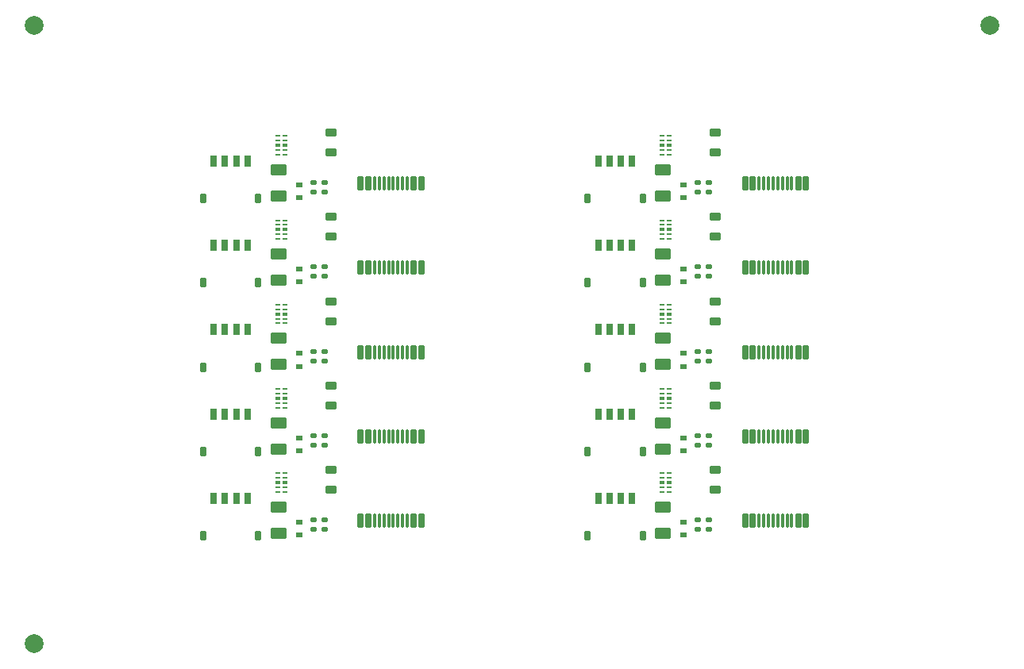
<source format=gtp>
G04 #@! TF.GenerationSoftware,KiCad,Pcbnew,7.0.9*
G04 #@! TF.CreationDate,2023-11-11T11:45:37+01:00*
G04 #@! TF.ProjectId,udb-s-panel,7564622d-732d-4706-916e-656c2e6b6963,rev?*
G04 #@! TF.SameCoordinates,Original*
G04 #@! TF.FileFunction,Paste,Top*
G04 #@! TF.FilePolarity,Positive*
%FSLAX46Y46*%
G04 Gerber Fmt 4.6, Leading zero omitted, Abs format (unit mm)*
G04 Created by KiCad (PCBNEW 7.0.9) date 2023-11-11 11:45:37*
%MOMM*%
%LPD*%
G01*
G04 APERTURE LIST*
G04 Aperture macros list*
%AMRoundRect*
0 Rectangle with rounded corners*
0 $1 Rounding radius*
0 $2 $3 $4 $5 $6 $7 $8 $9 X,Y pos of 4 corners*
0 Add a 4 corners polygon primitive as box body*
4,1,4,$2,$3,$4,$5,$6,$7,$8,$9,$2,$3,0*
0 Add four circle primitives for the rounded corners*
1,1,$1+$1,$2,$3*
1,1,$1+$1,$4,$5*
1,1,$1+$1,$6,$7*
1,1,$1+$1,$8,$9*
0 Add four rect primitives between the rounded corners*
20,1,$1+$1,$2,$3,$4,$5,0*
20,1,$1+$1,$4,$5,$6,$7,0*
20,1,$1+$1,$6,$7,$8,$9,0*
20,1,$1+$1,$8,$9,$2,$3,0*%
G04 Aperture macros list end*
%ADD10RoundRect,0.135000X0.185000X-0.135000X0.185000X0.135000X-0.185000X0.135000X-0.185000X-0.135000X0*%
%ADD11RoundRect,0.135000X-0.185000X0.135000X-0.185000X-0.135000X0.185000X-0.135000X0.185000X0.135000X0*%
%ADD12RoundRect,0.218750X-0.381250X0.218750X-0.381250X-0.218750X0.381250X-0.218750X0.381250X0.218750X0*%
%ADD13RoundRect,0.250000X0.625000X-0.375000X0.625000X0.375000X-0.625000X0.375000X-0.625000X-0.375000X0*%
%ADD14RoundRect,0.125000X-0.150000X0.000000X-0.150000X0.000000X0.150000X0.000000X0.150000X0.000000X0*%
%ADD15R,0.550000X0.250000*%
%ADD16R,0.550000X0.300000*%
%ADD17C,2.000000*%
%ADD18RoundRect,0.060000X0.240000X0.665000X-0.240000X0.665000X-0.240000X-0.665000X0.240000X-0.665000X0*%
%ADD19RoundRect,0.060000X0.090000X0.665000X-0.090000X0.665000X-0.090000X-0.665000X0.090000X-0.665000X0*%
%ADD20R,0.700000X0.600000*%
%ADD21RoundRect,0.100000X-0.250000X-0.400000X0.250000X-0.400000X0.250000X0.400000X-0.250000X0.400000X0*%
%ADD22RoundRect,0.125000X-0.250000X-0.475000X0.250000X-0.475000X0.250000X0.475000X-0.250000X0.475000X0*%
G04 APERTURE END LIST*
D10*
G04 #@! TO.C,R1*
X33517352Y32667505D03*
X33517352Y33687505D03*
G04 #@! TD*
D11*
G04 #@! TO.C,R2*
X73317353Y24687503D03*
X73317353Y23667503D03*
G04 #@! TD*
D12*
G04 #@! TO.C,FB1*
X34217352Y48040007D03*
X34217352Y45915007D03*
G04 #@! TD*
D13*
G04 #@! TO.C,F1*
X28617352Y32277505D03*
X28617352Y35077505D03*
G04 #@! TD*
D12*
G04 #@! TO.C,FB1*
X75217353Y57040009D03*
X75217353Y54915009D03*
G04 #@! TD*
D14*
G04 #@! TO.C,U1*
X69532353Y38677505D03*
D15*
X69532353Y38177505D03*
D16*
X69532353Y37677505D03*
D15*
X69532353Y37177505D03*
X69532353Y36677505D03*
X70302353Y36677505D03*
X70302353Y37177505D03*
D16*
X70302353Y37677505D03*
D15*
X70302353Y38177505D03*
X70302353Y38677505D03*
G04 #@! TD*
D14*
G04 #@! TO.C,U1*
X28532352Y56677509D03*
D15*
X28532352Y56177509D03*
D16*
X28532352Y55677509D03*
D15*
X28532352Y55177509D03*
X28532352Y54677509D03*
X29302352Y54677509D03*
X29302352Y55177509D03*
D16*
X29302352Y55677509D03*
D15*
X29302352Y56177509D03*
X29302352Y56677509D03*
G04 #@! TD*
D17*
G04 #@! TO.C,KiKit_TO_1*
X2500000Y68500010D03*
G04 #@! TD*
D18*
G04 #@! TO.C,J1*
X84823603Y15605001D03*
X84048603Y15605001D03*
D19*
X82848603Y15605001D03*
X81848603Y15605001D03*
X81348603Y15605001D03*
X80348603Y15605001D03*
D18*
X78373603Y15605001D03*
X79148603Y15605001D03*
D19*
X79848603Y15605001D03*
X80848603Y15605001D03*
X82348603Y15605001D03*
X83348603Y15605001D03*
G04 #@! TD*
D18*
G04 #@! TO.C,J1*
X43823602Y42605007D03*
X43048602Y42605007D03*
D19*
X41848602Y42605007D03*
X40848602Y42605007D03*
X40348602Y42605007D03*
X39348602Y42605007D03*
D18*
X37373602Y42605007D03*
X38148602Y42605007D03*
D19*
X38848602Y42605007D03*
X39848602Y42605007D03*
X41348602Y42605007D03*
X42348602Y42605007D03*
G04 #@! TD*
D14*
G04 #@! TO.C,U1*
X69532353Y47677507D03*
D15*
X69532353Y47177507D03*
D16*
X69532353Y46677507D03*
D15*
X69532353Y46177507D03*
X69532353Y45677507D03*
X70302353Y45677507D03*
X70302353Y46177507D03*
D16*
X70302353Y46677507D03*
D15*
X70302353Y47177507D03*
X70302353Y47677507D03*
G04 #@! TD*
D20*
G04 #@! TO.C,D1*
X71817353Y14077501D03*
X71817353Y15477501D03*
G04 #@! TD*
D13*
G04 #@! TO.C,F1*
X69617353Y32277505D03*
X69617353Y35077505D03*
G04 #@! TD*
D18*
G04 #@! TO.C,J1*
X84823603Y42605007D03*
X84048603Y42605007D03*
D19*
X82848603Y42605007D03*
X81848603Y42605007D03*
X81348603Y42605007D03*
X80348603Y42605007D03*
D18*
X78373603Y42605007D03*
X79148603Y42605007D03*
D19*
X79848603Y42605007D03*
X80848603Y42605007D03*
X82348603Y42605007D03*
X83348603Y42605007D03*
G04 #@! TD*
D21*
G04 #@! TO.C,J2*
X20548602Y32000005D03*
D22*
X21698602Y36000005D03*
X22898602Y36000005D03*
X24098602Y36000005D03*
X25298602Y36000005D03*
D21*
X26448602Y32000005D03*
G04 #@! TD*
G04 #@! TO.C,J2*
X61548603Y41000007D03*
D22*
X62698603Y45000007D03*
X63898603Y45000007D03*
X65098603Y45000007D03*
X66298603Y45000007D03*
D21*
X67448603Y41000007D03*
G04 #@! TD*
G04 #@! TO.C,J2*
X20548602Y50000009D03*
D22*
X21698602Y54000009D03*
X22898602Y54000009D03*
X24098602Y54000009D03*
X25298602Y54000009D03*
D21*
X26448602Y50000009D03*
G04 #@! TD*
D12*
G04 #@! TO.C,FB1*
X75217353Y21040001D03*
X75217353Y18915001D03*
G04 #@! TD*
D21*
G04 #@! TO.C,J2*
X20548602Y14000001D03*
D22*
X21698602Y18000001D03*
X22898602Y18000001D03*
X24098602Y18000001D03*
X25298602Y18000001D03*
D21*
X26448602Y14000001D03*
G04 #@! TD*
D10*
G04 #@! TO.C,R1*
X33517352Y14667501D03*
X33517352Y15687501D03*
G04 #@! TD*
D11*
G04 #@! TO.C,R2*
X32317352Y51687509D03*
X32317352Y50667509D03*
G04 #@! TD*
D20*
G04 #@! TO.C,D1*
X71817353Y32077505D03*
X71817353Y33477505D03*
G04 #@! TD*
D18*
G04 #@! TO.C,J1*
X43823602Y33605005D03*
X43048602Y33605005D03*
D19*
X41848602Y33605005D03*
X40848602Y33605005D03*
X40348602Y33605005D03*
X39348602Y33605005D03*
D18*
X37373602Y33605005D03*
X38148602Y33605005D03*
D19*
X38848602Y33605005D03*
X39848602Y33605005D03*
X41348602Y33605005D03*
X42348602Y33605005D03*
G04 #@! TD*
D10*
G04 #@! TO.C,R1*
X33517352Y23667503D03*
X33517352Y24687503D03*
G04 #@! TD*
G04 #@! TO.C,R1*
X74517353Y32667505D03*
X74517353Y33687505D03*
G04 #@! TD*
G04 #@! TO.C,R1*
X33517352Y50667509D03*
X33517352Y51687509D03*
G04 #@! TD*
D21*
G04 #@! TO.C,J2*
X61548603Y50000009D03*
D22*
X62698603Y54000009D03*
X63898603Y54000009D03*
X65098603Y54000009D03*
X66298603Y54000009D03*
D21*
X67448603Y50000009D03*
G04 #@! TD*
D10*
G04 #@! TO.C,R1*
X74517353Y41667507D03*
X74517353Y42687507D03*
G04 #@! TD*
D12*
G04 #@! TO.C,FB1*
X34217352Y39040005D03*
X34217352Y36915005D03*
G04 #@! TD*
D14*
G04 #@! TO.C,U1*
X28532352Y47677507D03*
D15*
X28532352Y47177507D03*
D16*
X28532352Y46677507D03*
D15*
X28532352Y46177507D03*
X28532352Y45677507D03*
X29302352Y45677507D03*
X29302352Y46177507D03*
D16*
X29302352Y46677507D03*
D15*
X29302352Y47177507D03*
X29302352Y47677507D03*
G04 #@! TD*
D13*
G04 #@! TO.C,F1*
X69617353Y14277501D03*
X69617353Y17077501D03*
G04 #@! TD*
D18*
G04 #@! TO.C,J1*
X84823603Y33605005D03*
X84048603Y33605005D03*
D19*
X82848603Y33605005D03*
X81848603Y33605005D03*
X81348603Y33605005D03*
X80348603Y33605005D03*
D18*
X78373603Y33605005D03*
X79148603Y33605005D03*
D19*
X79848603Y33605005D03*
X80848603Y33605005D03*
X82348603Y33605005D03*
X83348603Y33605005D03*
G04 #@! TD*
D10*
G04 #@! TO.C,R1*
X33517352Y41667507D03*
X33517352Y42687507D03*
G04 #@! TD*
D20*
G04 #@! TO.C,D1*
X30817352Y50077509D03*
X30817352Y51477509D03*
G04 #@! TD*
D11*
G04 #@! TO.C,R2*
X32317352Y33687505D03*
X32317352Y32667505D03*
G04 #@! TD*
G04 #@! TO.C,R2*
X73317353Y15687501D03*
X73317353Y14667501D03*
G04 #@! TD*
D20*
G04 #@! TO.C,D1*
X30817352Y32077505D03*
X30817352Y33477505D03*
G04 #@! TD*
D11*
G04 #@! TO.C,R2*
X32317352Y24687503D03*
X32317352Y23667503D03*
G04 #@! TD*
G04 #@! TO.C,R2*
X32317352Y15687501D03*
X32317352Y14667501D03*
G04 #@! TD*
G04 #@! TO.C,R2*
X73317353Y51687509D03*
X73317353Y50667509D03*
G04 #@! TD*
D12*
G04 #@! TO.C,FB1*
X34217352Y21040001D03*
X34217352Y18915001D03*
G04 #@! TD*
D14*
G04 #@! TO.C,U1*
X69532353Y29677503D03*
D15*
X69532353Y29177503D03*
D16*
X69532353Y28677503D03*
D15*
X69532353Y28177503D03*
X69532353Y27677503D03*
X70302353Y27677503D03*
X70302353Y28177503D03*
D16*
X70302353Y28677503D03*
D15*
X70302353Y29177503D03*
X70302353Y29677503D03*
G04 #@! TD*
D11*
G04 #@! TO.C,R2*
X73317353Y42687507D03*
X73317353Y41667507D03*
G04 #@! TD*
D20*
G04 #@! TO.C,D1*
X30817352Y41077507D03*
X30817352Y42477507D03*
G04 #@! TD*
D10*
G04 #@! TO.C,R1*
X74517353Y23667503D03*
X74517353Y24687503D03*
G04 #@! TD*
D13*
G04 #@! TO.C,F1*
X28617352Y14277501D03*
X28617352Y17077501D03*
G04 #@! TD*
D21*
G04 #@! TO.C,J2*
X20548602Y41000007D03*
D22*
X21698602Y45000007D03*
X22898602Y45000007D03*
X24098602Y45000007D03*
X25298602Y45000007D03*
D21*
X26448602Y41000007D03*
G04 #@! TD*
D18*
G04 #@! TO.C,J1*
X84823603Y51605009D03*
X84048603Y51605009D03*
D19*
X82848603Y51605009D03*
X81848603Y51605009D03*
X81348603Y51605009D03*
X80348603Y51605009D03*
D18*
X78373603Y51605009D03*
X79148603Y51605009D03*
D19*
X79848603Y51605009D03*
X80848603Y51605009D03*
X82348603Y51605009D03*
X83348603Y51605009D03*
G04 #@! TD*
D14*
G04 #@! TO.C,U1*
X28532352Y29677503D03*
D15*
X28532352Y29177503D03*
D16*
X28532352Y28677503D03*
D15*
X28532352Y28177503D03*
X28532352Y27677503D03*
X29302352Y27677503D03*
X29302352Y28177503D03*
D16*
X29302352Y28677503D03*
D15*
X29302352Y29177503D03*
X29302352Y29677503D03*
G04 #@! TD*
D21*
G04 #@! TO.C,J2*
X61548603Y32000005D03*
D22*
X62698603Y36000005D03*
X63898603Y36000005D03*
X65098603Y36000005D03*
X66298603Y36000005D03*
D21*
X67448603Y32000005D03*
G04 #@! TD*
D13*
G04 #@! TO.C,F1*
X28617352Y50277509D03*
X28617352Y53077509D03*
G04 #@! TD*
D21*
G04 #@! TO.C,J2*
X61548603Y23000003D03*
D22*
X62698603Y27000003D03*
X63898603Y27000003D03*
X65098603Y27000003D03*
X66298603Y27000003D03*
D21*
X67448603Y23000003D03*
G04 #@! TD*
D13*
G04 #@! TO.C,F1*
X69617353Y41277507D03*
X69617353Y44077507D03*
G04 #@! TD*
D18*
G04 #@! TO.C,J1*
X43823602Y24605003D03*
X43048602Y24605003D03*
D19*
X41848602Y24605003D03*
X40848602Y24605003D03*
X40348602Y24605003D03*
X39348602Y24605003D03*
D18*
X37373602Y24605003D03*
X38148602Y24605003D03*
D19*
X38848602Y24605003D03*
X39848602Y24605003D03*
X41348602Y24605003D03*
X42348602Y24605003D03*
G04 #@! TD*
D18*
G04 #@! TO.C,J1*
X43823602Y51605009D03*
X43048602Y51605009D03*
D19*
X41848602Y51605009D03*
X40848602Y51605009D03*
X40348602Y51605009D03*
X39348602Y51605009D03*
D18*
X37373602Y51605009D03*
X38148602Y51605009D03*
D19*
X38848602Y51605009D03*
X39848602Y51605009D03*
X41348602Y51605009D03*
X42348602Y51605009D03*
G04 #@! TD*
D12*
G04 #@! TO.C,FB1*
X75217353Y39040005D03*
X75217353Y36915005D03*
G04 #@! TD*
D20*
G04 #@! TO.C,D1*
X71817353Y41077507D03*
X71817353Y42477507D03*
G04 #@! TD*
D12*
G04 #@! TO.C,FB1*
X75217353Y30040003D03*
X75217353Y27915003D03*
G04 #@! TD*
D10*
G04 #@! TO.C,R1*
X74517353Y14667501D03*
X74517353Y15687501D03*
G04 #@! TD*
D17*
G04 #@! TO.C,KiKit_TO_2*
X104497204Y68500010D03*
G04 #@! TD*
D21*
G04 #@! TO.C,J2*
X20548602Y23000003D03*
D22*
X21698602Y27000003D03*
X22898602Y27000003D03*
X24098602Y27000003D03*
X25298602Y27000003D03*
D21*
X26448602Y23000003D03*
G04 #@! TD*
D11*
G04 #@! TO.C,R2*
X32317352Y42687507D03*
X32317352Y41667507D03*
G04 #@! TD*
D14*
G04 #@! TO.C,U1*
X28532352Y20677501D03*
D15*
X28532352Y20177501D03*
D16*
X28532352Y19677501D03*
D15*
X28532352Y19177501D03*
X28532352Y18677501D03*
X29302352Y18677501D03*
X29302352Y19177501D03*
D16*
X29302352Y19677501D03*
D15*
X29302352Y20177501D03*
X29302352Y20677501D03*
G04 #@! TD*
D13*
G04 #@! TO.C,F1*
X69617353Y50277509D03*
X69617353Y53077509D03*
G04 #@! TD*
D10*
G04 #@! TO.C,R1*
X74517353Y50667509D03*
X74517353Y51687509D03*
G04 #@! TD*
D20*
G04 #@! TO.C,D1*
X30817352Y14077501D03*
X30817352Y15477501D03*
G04 #@! TD*
D14*
G04 #@! TO.C,U1*
X69532353Y56677509D03*
D15*
X69532353Y56177509D03*
D16*
X69532353Y55677509D03*
D15*
X69532353Y55177509D03*
X69532353Y54677509D03*
X70302353Y54677509D03*
X70302353Y55177509D03*
D16*
X70302353Y55677509D03*
D15*
X70302353Y56177509D03*
X70302353Y56677509D03*
G04 #@! TD*
D18*
G04 #@! TO.C,J1*
X43823602Y15605001D03*
X43048602Y15605001D03*
D19*
X41848602Y15605001D03*
X40848602Y15605001D03*
X40348602Y15605001D03*
X39348602Y15605001D03*
D18*
X37373602Y15605001D03*
X38148602Y15605001D03*
D19*
X38848602Y15605001D03*
X39848602Y15605001D03*
X41348602Y15605001D03*
X42348602Y15605001D03*
G04 #@! TD*
D11*
G04 #@! TO.C,R2*
X73317353Y33687505D03*
X73317353Y32667505D03*
G04 #@! TD*
D13*
G04 #@! TO.C,F1*
X28617352Y41277507D03*
X28617352Y44077507D03*
G04 #@! TD*
D21*
G04 #@! TO.C,J2*
X61548603Y14000001D03*
D22*
X62698603Y18000001D03*
X63898603Y18000001D03*
X65098603Y18000001D03*
X66298603Y18000001D03*
D21*
X67448603Y14000001D03*
G04 #@! TD*
D20*
G04 #@! TO.C,D1*
X30817352Y23077503D03*
X30817352Y24477503D03*
G04 #@! TD*
D17*
G04 #@! TO.C,KiKit_TO_3*
X2500000Y2500000D03*
G04 #@! TD*
D14*
G04 #@! TO.C,U1*
X28532352Y38677505D03*
D15*
X28532352Y38177505D03*
D16*
X28532352Y37677505D03*
D15*
X28532352Y37177505D03*
X28532352Y36677505D03*
X29302352Y36677505D03*
X29302352Y37177505D03*
D16*
X29302352Y37677505D03*
D15*
X29302352Y38177505D03*
X29302352Y38677505D03*
G04 #@! TD*
D13*
G04 #@! TO.C,F1*
X28617352Y23277503D03*
X28617352Y26077503D03*
G04 #@! TD*
D14*
G04 #@! TO.C,U1*
X69532353Y20677501D03*
D15*
X69532353Y20177501D03*
D16*
X69532353Y19677501D03*
D15*
X69532353Y19177501D03*
X69532353Y18677501D03*
X70302353Y18677501D03*
X70302353Y19177501D03*
D16*
X70302353Y19677501D03*
D15*
X70302353Y20177501D03*
X70302353Y20677501D03*
G04 #@! TD*
D20*
G04 #@! TO.C,D1*
X71817353Y23077503D03*
X71817353Y24477503D03*
G04 #@! TD*
D12*
G04 #@! TO.C,FB1*
X34217352Y57040009D03*
X34217352Y54915009D03*
G04 #@! TD*
D18*
G04 #@! TO.C,J1*
X84823603Y24605003D03*
X84048603Y24605003D03*
D19*
X82848603Y24605003D03*
X81848603Y24605003D03*
X81348603Y24605003D03*
X80348603Y24605003D03*
D18*
X78373603Y24605003D03*
X79148603Y24605003D03*
D19*
X79848603Y24605003D03*
X80848603Y24605003D03*
X82348603Y24605003D03*
X83348603Y24605003D03*
G04 #@! TD*
D12*
G04 #@! TO.C,FB1*
X75217353Y48040007D03*
X75217353Y45915007D03*
G04 #@! TD*
D20*
G04 #@! TO.C,D1*
X71817353Y50077509D03*
X71817353Y51477509D03*
G04 #@! TD*
D12*
G04 #@! TO.C,FB1*
X34217352Y30040003D03*
X34217352Y27915003D03*
G04 #@! TD*
D13*
G04 #@! TO.C,F1*
X69617353Y23277503D03*
X69617353Y26077503D03*
G04 #@! TD*
M02*

</source>
